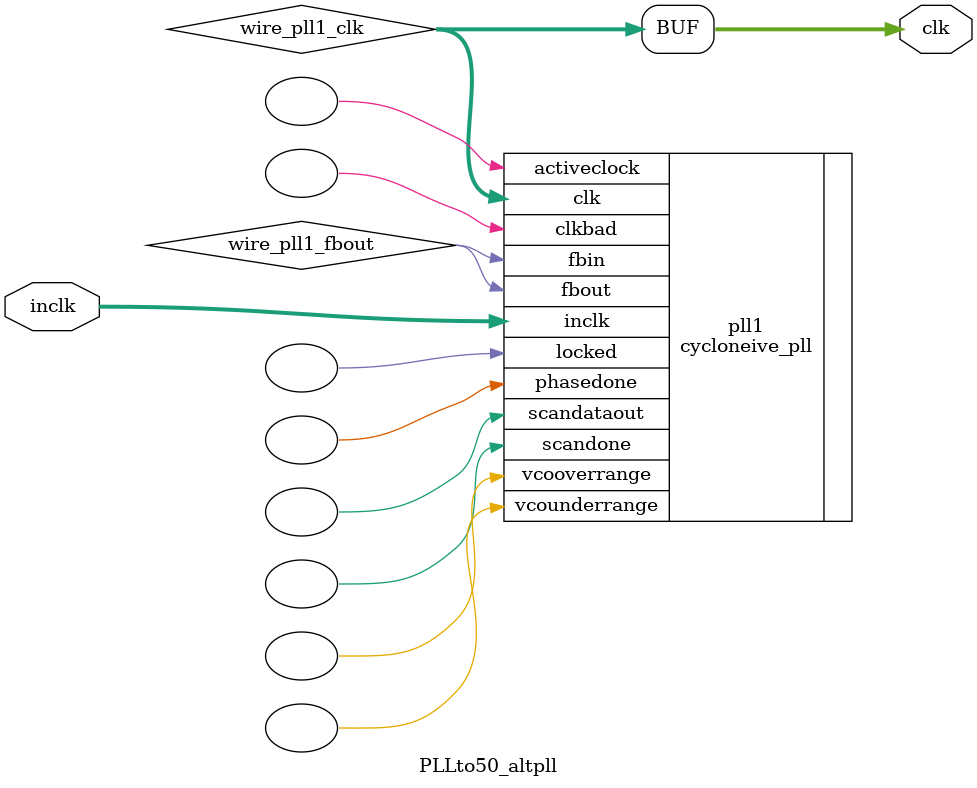
<source format=v>






//synthesis_resources = cycloneive_pll 1 
//synopsys translate_off
`timescale 1 ps / 1 ps
//synopsys translate_on
module  PLLto50_altpll
	( 
	clk,
	inclk) /* synthesis synthesis_clearbox=1 */;
	output   [4:0]  clk;
	input   [1:0]  inclk;
`ifndef ALTERA_RESERVED_QIS
// synopsys translate_off
`endif
	tri0   [1:0]  inclk;
`ifndef ALTERA_RESERVED_QIS
// synopsys translate_on
`endif

	wire  [4:0]   wire_pll1_clk;
	wire  wire_pll1_fbout;

	cycloneive_pll   pll1
	( 
	.activeclock(),
	.clk(wire_pll1_clk),
	.clkbad(),
	.fbin(wire_pll1_fbout),
	.fbout(wire_pll1_fbout),
	.inclk(inclk),
	.locked(),
	.phasedone(),
	.scandataout(),
	.scandone(),
	.vcooverrange(),
	.vcounderrange()
	`ifndef FORMAL_VERIFICATION
	// synopsys translate_off
	`endif
	,
	.areset(1'b0),
	.clkswitch(1'b0),
	.configupdate(1'b0),
	.pfdena(1'b1),
	.phasecounterselect({3{1'b0}}),
	.phasestep(1'b0),
	.phaseupdown(1'b0),
	.scanclk(1'b0),
	.scanclkena(1'b1),
	.scandata(1'b0)
	`ifndef FORMAL_VERIFICATION
	// synopsys translate_on
	`endif
	);
	defparam
		pll1.bandwidth_type = "auto",
		pll1.clk0_divide_by = 1,
		pll1.clk0_duty_cycle = 50,
		pll1.clk0_multiply_by = 2,
		pll1.clk0_phase_shift = "0",
		pll1.compensate_clock = "clk0",
		pll1.inclk0_input_frequency = 40000,
		pll1.operation_mode = "normal",
		pll1.pll_type = "auto",
		pll1.lpm_type = "cycloneive_pll";
	assign
		clk = {wire_pll1_clk[4:0]};
endmodule //PLLto50_altpll
//VALID FILE

</source>
